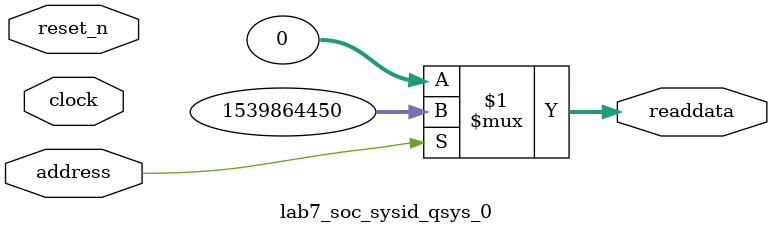
<source format=v>



// synthesis translate_off
`timescale 1ns / 1ps
// synthesis translate_on

// turn off superfluous verilog processor warnings 
// altera message_level Level1 
// altera message_off 10034 10035 10036 10037 10230 10240 10030 

module lab7_soc_sysid_qsys_0 (
               // inputs:
                address,
                clock,
                reset_n,

               // outputs:
                readdata
             )
;

  output  [ 31: 0] readdata;
  input            address;
  input            clock;
  input            reset_n;

  wire    [ 31: 0] readdata;
  //control_slave, which is an e_avalon_slave
  assign readdata = address ? 1539864450 : 0;

endmodule



</source>
